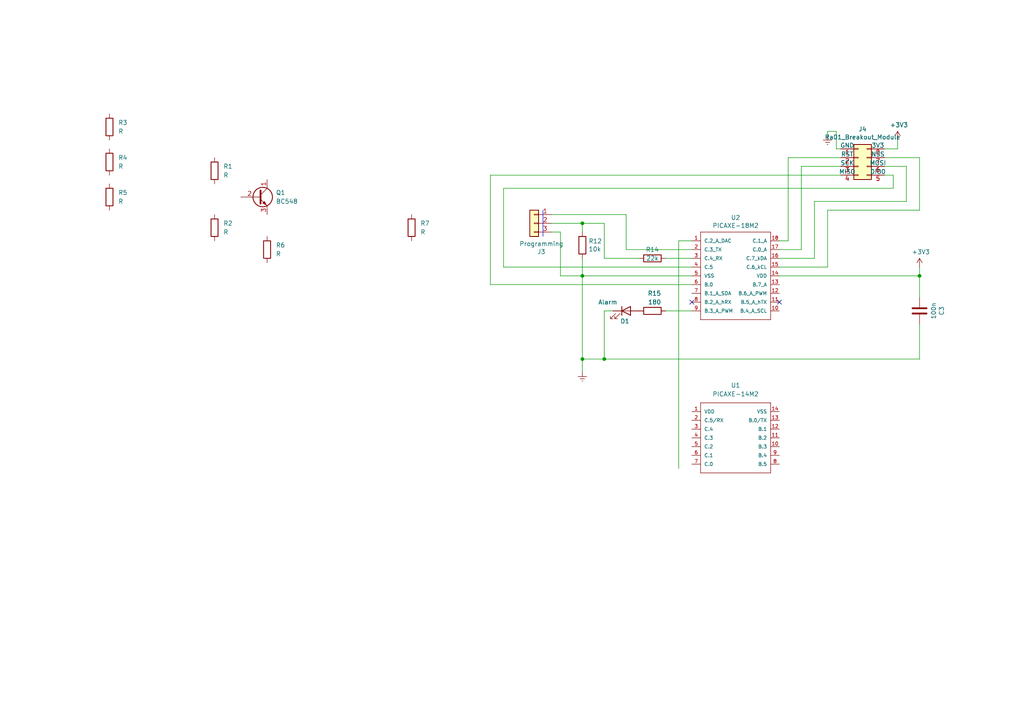
<source format=kicad_sch>
(kicad_sch (version 20231120) (generator "eeschema") (generator_version "8.0")
  (paper "A4")
  (lib_symbols
    (symbol "Connector_Generic:Conn_01x03" (pin_names (offset 1.016) hide)
      (property "Reference" "J" (at 0 5.08 0))
      (property "Value" "Conn_01x03" (at 0 -5.08 0))
      (symbol "Conn_01x03_1_1"
        (rectangle (start -1.27 -2.413) (end 0 -2.667) (stroke (width 0.1524)))
        (rectangle (start -1.27 0.127) (end 0 -0.127) (stroke (width 0.1524)))
        (rectangle (start -1.27 2.667) (end 0 2.413) (stroke (width 0.1524)))
        (rectangle (start -1.27 3.81) (end 1.27 -3.81) (stroke (width 0.254)) (fill (type background)))
        (pin passive line (at -5.08 2.54 0) (length 3.81) (name "Pin_1") (number "1"))
        (pin passive line (at -5.08 0 0) (length 3.81) (name "Pin_2") (number "2"))
        (pin passive line (at -5.08 -2.54 0) (length 3.81) (name "Pin_3") (number "3"))
      )
    )
    (symbol "Device:C" (pin_numbers hide) (pin_names (offset 0.254))
      (property "Reference" "C" (at 0.635 2.54 0))
      (property "Value" "C" (at 0.635 -2.54 0))
      (symbol "C_0_1"
        (polyline (pts (xy -2.032 -0.762) (xy 2.032 -0.762)) (stroke (width 0.508)))
        (polyline (pts (xy -2.032 0.762) (xy 2.032 0.762)) (stroke (width 0.508)))
      )
      (symbol "C_1_1"
        (pin passive line (at 0 3.81 270) (length 2.794) (name "~") (number "1"))
        (pin passive line (at 0 -3.81 90) (length 2.794) (name "~") (number "2"))
      )
    )
    (symbol "Device:LED" (pin_numbers hide) (pin_names (offset 1.016) hide)
      (property "Reference" "D" (at 0 2.54 0))
      (property "Value" "LED" (at 0 -2.54 0))
      (symbol "LED_0_1"
        (polyline (pts (xy -1.27 -1.27) (xy -1.27 1.27)) (stroke (width 0.254)))
        (polyline (pts (xy -1.27 0) (xy 1.27 0)))
        (polyline (pts (xy 1.27 -1.27) (xy 1.27 1.27) (xy -1.27 0) (xy 1.27 -1.27)) (stroke (width 0.254)))
        (polyline (pts (xy -3.048 -0.762) (xy -4.572 -2.286) (xy -3.81 -2.286) (xy -4.572 -2.286) (xy -4.572 -1.524)))
        (polyline (pts (xy -1.778 -0.762) (xy -3.302 -2.286) (xy -2.54 -2.286) (xy -3.302 -2.286) (xy -3.302 -1.524)))
      )
      (symbol "LED_1_1"
        (pin passive line (at -3.81 0 0) (length 2.54) (name "K") (number "1"))
        (pin passive line (at 3.81 0 180) (length 2.54) (name "A") (number "2"))
      )
    )
    (symbol "Device:R" (pin_numbers hide) (pin_names (offset 0))
      (property "Reference" "R" (at 2.032 0 90))
      (property "Value" "R" (at 0 0 90))
      (symbol "R_0_1"
        (rectangle (start -1.016 -2.54) (end 1.016 2.54) (stroke (width 0.254)))
      )
      (symbol "R_1_1"
        (pin passive line (at 0 3.81 270) (length 1.27) (name "~") (number "1"))
        (pin passive line (at 0 -3.81 90) (length 1.27) (name "~") (number "2"))
      )
    )
    (symbol "PumpMonitor-rescue:PICAXE-18M2-Picaxe" (pin_names (offset 1.016))
      (property "Reference" "??" (at 0 17.78 0))
      (property "Value" "PICAXE-18M2-Picaxe" (at 0 15.24 0))
      (symbol "PICAXE-18M2-Picaxe_1_0"
        (polyline (pts (xy -10.16 -12.7) (xy 10.16 -12.7)))
        (polyline (pts (xy -10.16 12.7) (xy -10.16 -12.7)))
        (polyline (pts (xy 10.16 -12.7) (xy 10.16 12.7)))
        (polyline (pts (xy 10.16 12.7) (xy -10.16 12.7)))
      )
      (symbol "PICAXE-18M2-Picaxe_1_1"
        (pin bidirectional line (at -12.7 10.16 0) (length 2.54) (name "C.2_A_DAC") (number "1"))
        (pin bidirectional line (at 12.7 -10.16 180) (length 2.54) (name "B.4_A_SCL") (number "10"))
        (pin bidirectional line (at 12.7 -7.62 180) (length 2.54) (name "B.5_A_hTX") (number "11"))
        (pin bidirectional line (at 12.7 -5.08 180) (length 2.54) (name "B.6_A_PWM") (number "12"))
        (pin bidirectional line (at 12.7 -2.54 180) (length 2.54) (name "B.7_A") (number "13"))
        (pin power_in line (at 12.7 0 180) (length 2.54) (name "VDD") (number "14"))
        (pin bidirectional line (at 12.7 2.54 180) (length 2.54) (name "C.6_kCL") (number "15"))
        (pin input line (at 12.7 5.08 180) (length 2.54) (name "C.7_kDA") (number "16"))
        (pin bidirectional line (at 12.7 7.62 180) (length 2.54) (name "C.0_A") (number "17"))
        (pin bidirectional line (at 12.7 10.16 180) (length 2.54) (name "C.1_A") (number "18"))
        (pin output line (at -12.7 7.62 0) (length 2.54) (name "C.3_TX") (number "2"))
        (pin input line (at -12.7 5.08 0) (length 2.54) (name "C.4_RX") (number "3"))
        (pin input line (at -12.7 2.54 0) (length 2.54) (name "C.5") (number "4"))
        (pin power_in line (at -12.7 0 0) (length 2.54) (name "VSS") (number "5"))
        (pin bidirectional line (at -12.7 -2.54 0) (length 2.54) (name "B.0") (number "6"))
        (pin bidirectional line (at -12.7 -5.08 0) (length 2.54) (name "B.1_A_SDA") (number "7"))
        (pin bidirectional line (at -12.7 -7.62 0) (length 2.54) (name "B.2_A_hRX") (number "8"))
        (pin bidirectional line (at -12.7 -10.16 0) (length 2.54) (name "B.3_A_PWM") (number "9"))
      )
    )
    (symbol "PumpMonitor-rescue:Ra01_Breakout_Module-Ra01_Breakout_Module" (pin_names (offset 0))
      (property "Reference" "U" (at 1.27 5.08 0))
      (property "Value" "Ra01_Breakout_Module-Ra01_Breakout_Module" (at 1.27 -7.62 0))
      (symbol "Ra01_Breakout_Module-Ra01_Breakout_Module_1_1"
        (rectangle (start -1.27 -4.953) (end 0 -5.207) (stroke (width 0.1524)))
        (rectangle (start -1.27 -2.413) (end 0 -2.667) (stroke (width 0.1524)))
        (rectangle (start -1.27 0.127) (end 0 -0.127) (stroke (width 0.1524)))
        (rectangle (start -1.27 2.667) (end 0 2.413) (stroke (width 0.1524)))
        (rectangle (start -1.27 3.81) (end 3.81 -6.35) (stroke (width 0.254)) (fill (type background)))
        (rectangle (start 3.81 -4.953) (end 2.54 -5.207) (stroke (width 0.1524)))
        (rectangle (start 3.81 -2.413) (end 2.54 -2.667) (stroke (width 0.1524)))
        (rectangle (start 3.81 0.127) (end 2.54 -0.127) (stroke (width 0.1524)))
        (rectangle (start 3.81 2.667) (end 2.54 2.413) (stroke (width 0.1524)))
        (pin power_in line (at -5.08 2.54 0) (length 3.81) (name "GND") (number "1"))
        (pin input line (at -5.08 0 0) (length 3.81) (name "RST") (number "2"))
        (pin input line (at -5.08 -2.54 0) (length 3.81) (name "SCK") (number "3"))
        (pin output line (at -5.08 -5.08 0) (length 3.81) (name "MISO") (number "4"))
        (pin bidirectional line (at 7.62 -5.08 180) (length 3.81) (name "DIO0") (number "5"))
        (pin input line (at 7.62 -2.54 180) (length 3.81) (name "MOSI") (number "6"))
        (pin input line (at 7.62 0 180) (length 3.81) (name "NSS") (number "7"))
        (pin power_in line (at 7.62 2.54 180) (length 3.81) (name "3V3") (number "8"))
      )
    )
    (symbol "Transistor_BJT:BC548" (pin_names (offset 0) hide)
      (property "Reference" "Q" (at 5.08 1.905 0))
      (property "Value" "BC548" (at 5.08 0 0))
      (symbol "BC548_0_1"
        (polyline (pts (xy 0 0) (xy 0.635 0)))
        (polyline (pts (xy 0.635 0.635) (xy 2.54 2.54)))
        (polyline (pts (xy 0.635 -0.635) (xy 2.54 -2.54) (xy 2.54 -2.54)))
        (polyline (pts (xy 0.635 1.905) (xy 0.635 -1.905) (xy 0.635 -1.905)) (stroke (width 0.508)))
        (polyline (pts (xy 1.27 -1.778) (xy 1.778 -1.27) (xy 2.286 -2.286) (xy 1.27 -1.778) (xy 1.27 -1.778)) (fill (type outline)))
        (circle (center 1.27 0) (radius 2.8194) (stroke (width 0.254)))
      )
      (symbol "BC548_1_1"
        (pin passive line (at 2.54 5.08 270) (length 2.54) (name "C") (number "1"))
        (pin input line (at -5.08 0 0) (length 5.08) (name "B") (number "2"))
        (pin passive line (at 2.54 -5.08 90) (length 2.54) (name "E") (number "3"))
      )
    )
    (symbol "picaxe-3:PICAXE-14M2" (pin_names (offset 1.016))
      (property "Reference" "U" (at 0 13.97 0))
      (property "Value" "PICAXE-14M2" (at -0.508 11.684 0))
      (symbol "PICAXE-14M2_1_0"
        (polyline (pts (xy -10.16 -10.16) (xy 10.16 -10.16)))
        (polyline (pts (xy -10.16 10.16) (xy -10.16 -10.16)))
        (polyline (pts (xy 10.16 -10.16) (xy 10.16 10.16)))
        (polyline (pts (xy 10.16 10.16) (xy -10.16 10.16)))
      )
      (symbol "PICAXE-14M2_1_1"
        (pin power_in line (at -12.7 7.62 0) (length 2.54) (name "VDD") (number "1"))
        (pin bidirectional line (at 12.7 -2.54 180) (length 2.54) (name "B.3") (number "10"))
        (pin bidirectional line (at 12.7 0 180) (length 2.54) (name "B.2") (number "11"))
        (pin bidirectional line (at 12.7 2.54 180) (length 2.54) (name "B.1") (number "12"))
        (pin output line (at 12.7 5.08 180) (length 2.54) (name "B.0/TX") (number "13"))
        (pin power_in line (at 12.7 7.62 180) (length 2.54) (name "VSS") (number "14"))
        (pin input line (at -12.7 5.08 0) (length 2.54) (name "C.5/RX") (number "2"))
        (pin bidirectional line (at -12.7 2.54 0) (length 2.54) (name "C.4") (number "3"))
        (pin input line (at -12.7 0 0) (length 2.54) (name "C.3") (number "4"))
        (pin bidirectional line (at -12.7 -2.54 0) (length 2.54) (name "C.2") (number "5"))
        (pin bidirectional line (at -12.7 -5.08 0) (length 2.54) (name "C.1") (number "6"))
        (pin bidirectional line (at -12.7 -7.62 0) (length 2.54) (name "C.0") (number "7"))
        (pin bidirectional line (at 12.7 -7.62 180) (length 2.54) (name "B.5") (number "8"))
        (pin bidirectional line (at 12.7 -5.08 180) (length 2.54) (name "B.4") (number "9"))
      )
    )
    (symbol "power:+3.3V" (power) (pin_names (offset 0))
      (property "Value" "+3.3V" (at 0 3.556 0))
      (symbol "+3.3V_0_1"
        (polyline (pts (xy -0.762 1.27) (xy 0 2.54)))
        (polyline (pts (xy 0 0) (xy 0 2.54)))
        (polyline (pts (xy 0 2.54) (xy 0.762 1.27)))
      )
      (symbol "+3.3V_1_1"
        (pin power_in line (at 0 0 90) (length 0) hide (name "+3V3") (number "1"))
      )
    )
    (symbol "power:Earth" (power) (pin_names (offset 0))
      (symbol "Earth_0_1"
        (polyline (pts (xy -0.635 -1.905) (xy 0.635 -1.905)))
        (polyline (pts (xy -0.127 -2.54) (xy 0.127 -2.54)))
        (polyline (pts (xy 0 -1.27) (xy 0 0)))
        (polyline (pts (xy 1.27 -1.27) (xy -1.27 -1.27)))
      )
      (symbol "Earth_1_1"
        (pin power_in line (at 0 0 270) (length 0) hide (name "Earth") (number "1"))
      )
    )
  )
  (junction (at 266.7 80.01))
  (junction (at 168.91 104.14))
  (junction (at 168.91 64.77))
  (junction (at 175.26 104.14))
  (junction (at 168.91 80.01))
  (no_connect (at 226.06 87.63))
  (no_connect (at 200.66 87.63))
  (wire (pts (xy 240.03 38.1) (xy 240.03 39.37)))
  (wire (pts (xy 146.05 77.47) (xy 146.05 54.61)))
  (wire (pts (xy 168.91 104.14) (xy 175.26 104.14)))
  (wire (pts (xy 168.91 80.01) (xy 200.66 80.01)))
  (wire (pts (xy 181.61 62.23) (xy 181.61 72.39)))
  (wire (pts (xy 256.54 48.26) (xy 262.89 48.26)))
  (wire (pts (xy 243.84 48.26) (xy 232.41 48.26)))
  (wire (pts (xy 256.54 45.72) (xy 266.7 45.72)))
  (wire (pts (xy 142.24 82.55) (xy 200.66 82.55)))
  (wire (pts (xy 142.24 50.8) (xy 243.84 50.8)))
  (wire (pts (xy 168.91 67.31) (xy 168.91 64.77)))
  (wire (pts (xy 266.7 80.01) (xy 266.7 77.47)))
  (wire (pts (xy 160.02 64.77) (xy 168.91 64.77)))
  (wire (pts (xy 266.7 60.96) (xy 240.03 60.96)))
  (wire (pts (xy 259.08 54.61) (xy 146.05 54.61)))
  (wire (pts (xy 240.03 60.96) (xy 240.03 77.47)))
  (wire (pts (xy 177.8 90.17) (xy 175.26 90.17)))
  (wire (pts (xy 236.22 74.93) (xy 226.06 74.93)))
  (wire (pts (xy 200.66 77.47) (xy 146.05 77.47)))
  (wire (pts (xy 175.26 90.17) (xy 175.26 104.14)))
  (polyline (pts (xy 157.48 60.96) (xy 157.48 68.58)))
  (wire (pts (xy 162.56 80.01) (xy 168.91 80.01)))
  (wire (pts (xy 243.84 43.18) (xy 242.57 43.18)))
  (wire (pts (xy 260.35 43.18) (xy 256.54 43.18)))
  (wire (pts (xy 160.02 67.31) (xy 162.56 67.31)))
  (wire (pts (xy 181.61 72.39) (xy 200.66 72.39)))
  (wire (pts (xy 175.26 104.14) (xy 266.7 104.14)))
  (wire (pts (xy 232.41 72.39) (xy 226.06 72.39)))
  (wire (pts (xy 185.42 74.93) (xy 175.26 74.93)))
  (wire (pts (xy 168.91 80.01) (xy 168.91 104.14)))
  (wire (pts (xy 228.6 45.72) (xy 228.6 69.85)))
  (wire (pts (xy 242.57 38.1) (xy 240.03 38.1)))
  (wire (pts (xy 262.89 58.42) (xy 236.22 58.42)))
  (wire (pts (xy 236.22 58.42) (xy 236.22 74.93)))
  (wire (pts (xy 240.03 77.47) (xy 226.06 77.47)))
  (wire (pts (xy 266.7 86.36) (xy 266.7 80.01)))
  (wire (pts (xy 160.02 62.23) (xy 181.61 62.23)))
  (wire (pts (xy 200.66 74.93) (xy 193.04 74.93)))
  (wire (pts (xy 196.85 69.85) (xy 196.85 135.89)))
  (wire (pts (xy 262.89 48.26) (xy 262.89 58.42)))
  (wire (pts (xy 168.91 64.77) (xy 175.26 64.77)))
  (wire (pts (xy 266.7 45.72) (xy 266.7 60.96)))
  (wire (pts (xy 256.54 50.8) (xy 259.08 50.8)))
  (wire (pts (xy 232.41 48.26) (xy 232.41 72.39)))
  (wire (pts (xy 175.26 64.77) (xy 175.26 74.93)))
  (wire (pts (xy 168.91 74.93) (xy 168.91 80.01)))
  (wire (pts (xy 243.84 45.72) (xy 228.6 45.72)))
  (wire (pts (xy 168.91 104.14) (xy 168.91 107.95)))
  (wire (pts (xy 200.66 90.17) (xy 193.04 90.17)))
  (wire (pts (xy 196.85 69.85) (xy 200.66 69.85)))
  (wire (pts (xy 260.35 40.64) (xy 260.35 43.18)))
  (wire (pts (xy 162.56 67.31) (xy 162.56 80.01)))
  (wire (pts (xy 226.06 80.01) (xy 266.7 80.01)))
  (wire (pts (xy 142.24 50.8) (xy 142.24 82.55)))
  (wire (pts (xy 228.6 69.85) (xy 226.06 69.85)))
  (wire (pts (xy 242.57 43.18) (xy 242.57 38.1)))
  (wire (pts (xy 266.7 93.98) (xy 266.7 104.14)))
  (wire (pts (xy 259.08 50.8) (xy 259.08 54.61)))
  (symbol (lib_id "Device:R") (at 31.75 46.99 0) (unit 1)
    (property "Reference" "R4" (at 34.29 45.7199 0) (effects (justify left)))
    (property "Value" "R" (at 34.29 48.2599 0) (effects (justify left)))
    (property "Description" "Resistor" (effects (hide yes)))
  )
  (symbol (lib_id "PumpMonitor-rescue:PICAXE-18M2-Picaxe") (at 213.36 80.01 0) (unit 1)
    (property "Reference" "U2" (at 213.36 63.119 0))
    (property "Value" "PICAXE-18M2" (at 213.36 65.4304 0))
    (property "Footprint" "Package_DIP:DIP-18_W7.62mm_Socket" (effects (hide yes)))
  )
  (symbol (lib_id "Device:R") (at 62.23 66.04 0) (unit 1)
    (property "Reference" "R2" (at 64.77 64.7699 0) (effects (justify left)))
    (property "Value" "R" (at 64.77 67.3099 0) (effects (justify left)))
    (property "Description" "Resistor" (effects (hide yes)))
  )
  (symbol (lib_id "power:+3.3V") (at 260.35 40.64 0) (unit 1)
    (property "Reference" "#PWR09" (effects (hide yes)))
    (property "Value" "+3V3" (at 260.731 36.2458 0))
  )
  (symbol (lib_id "Device:LED") (at 181.61 90.17 0) (unit 1)
    (property "Reference" "D1" (at 182.6006 93.1672 0) (effects (justify right)))
    (property "Value" "Alarm" (at 179.07 87.63 0) (effects (justify right)))
    (property "Footprint" "LED_THT:LED_D5.0mm_Clear" (effects (hide yes)))
  )
  (symbol (lib_id "Device:R") (at 77.47 72.39 0) (unit 1)
    (property "Reference" "R6" (at 80.01 71.1199 0) (effects (justify left)))
    (property "Value" "R" (at 80.01 73.6599 0) (effects (justify left)))
    (property "Description" "Resistor" (effects (hide yes)))
  )
  (symbol (lib_id "Transistor_BJT:BC548") (at 74.93 57.15 0) (unit 1)
    (property "Reference" "Q1" (at 80.01 55.8799 0) (effects (justify left)))
    (property "Value" "BC548" (at 80.01 58.4199 0) (effects (justify left)))
    (property "Footprint" "Package_TO_SOT_THT:TO-92_Inline" (effects (hide yes)))
    (property "Datasheet" "https://www.onsemi.com/pub/Collateral/BC550-D.pdf" (effects (hide yes)))
    (property "Description" "0.1A Ic, 30V Vce, Small Signal NPN Transistor, TO-92" (effects (hide yes)))
  )
  (symbol (lib_id "power:+3.3V") (at 266.7 77.47 0) (unit 1)
    (property "Reference" "#PWR010" (effects (hide yes)))
    (property "Value" "+3V3" (at 267.081 73.0758 0))
  )
  (symbol (lib_id "Device:R") (at 62.23 49.53 0) (unit 1)
    (property "Reference" "R1" (at 64.77 48.2599 0) (effects (justify left)))
    (property "Value" "R" (at 64.77 50.7999 0) (effects (justify left)))
    (property "Description" "Resistor" (effects (hide yes)))
  )
  (symbol (lib_id "power:Earth") (at 168.91 107.95 0) (unit 1)
    (property "Reference" "#PWR07" (effects (hide yes)))
    (property "Value" "Earth" (effects (hide yes)))
  )
  (symbol (lib_id "Device:R") (at 189.23 74.93 270) (unit 1)
    (property "Reference" "R14" (at 189.23 72.39 90))
    (property "Value" "22k" (at 189.23 74.93 90))
    (property "Footprint" "Resistor_THT:R_Axial_DIN0207_L6.3mm_D2.5mm_P10.16mm_Horizontal" (effects (hide yes)))
  )
  (symbol (lib_id "Device:R") (at 189.23 90.17 270) (unit 1)
    (property "Reference" "R15" (at 191.77 85.09 90) (effects (justify right)))
    (property "Value" "180" (at 191.77 87.63 90) (effects (justify right)))
    (property "Footprint" "Resistor_THT:R_Axial_DIN0207_L6.3mm_D2.5mm_P10.16mm_Horizontal" (effects (hide yes)))
  )
  (symbol (lib_id "Device:C") (at 266.7 90.17 180) (unit 1)
    (property "Reference" "C3" (at 273.1008 90.17 90))
    (property "Value" "100n" (at 270.7894 90.17 90))
    (property "Footprint" "Capacitor_THT:C_Disc_D5.0mm_W2.5mm_P2.50mm" (effects (hide yes)))
  )
  (symbol (lib_id "power:Earth") (at 240.03 39.37 0) (unit 1)
    (property "Reference" "#PWR08" (effects (hide yes)))
    (property "Value" "Earth" (effects (hide yes)))
  )
  (symbol (lib_id "Device:R") (at 31.75 36.83 0) (unit 1)
    (property "Reference" "R3" (at 34.29 35.5599 0) (effects (justify left)))
    (property "Value" "R" (at 34.29 38.0999 0) (effects (justify left)))
    (property "Description" "Resistor" (effects (hide yes)))
  )
  (symbol (lib_id "Device:R") (at 168.91 71.12 0) (unit 1)
    (property "Reference" "R12" (at 170.688 69.9516 0) (effects (justify left)))
    (property "Value" "10k" (at 170.688 72.263 0) (effects (justify left)))
    (property "Footprint" "Resistor_THT:R_Axial_DIN0207_L6.3mm_D2.5mm_P10.16mm_Horizontal" (effects (hide yes)))
  )
  (symbol (lib_id "PumpMonitor-rescue:Ra01_Breakout_Module-Ra01_Breakout_Module") (at 248.92 45.72 0) (unit 1)
    (property "Reference" "J4" (at 250.19 37.465 0))
    (property "Value" "Ra01_Breakout_Module" (at 250.19 39.7764 0))
    (property "Footprint" "Package_DIP:DIP-8_W7.62mm_Socket" (effects (hide yes)))
  )
  (symbol (lib_id "Connector_Generic:Conn_01x03") (at 154.94 64.77 0) (mirror y) (unit 1)
    (property "Reference" "J3" (at 157.0228 73.025 0))
    (property "Value" "Programming" (at 157.0228 70.7136 0))
    (property "Footprint" "Connector_Molex:Molex_KK-254_AE-6410-03A_1x03_P2.54mm_Vertical" (effects (hide yes)))
  )
  (symbol (lib_id "picaxe-3:PICAXE-14M2") (at 213.36 127 0) (unit 1)
    (property "Reference" "U1" (at 213.36 111.76 0))
    (property "Value" "PICAXE-14M2" (at 213.36 114.3 0))
  )
  (symbol (lib_id "Device:R") (at 31.75 57.15 0) (unit 1)
    (property "Reference" "R5" (at 34.29 55.8799 0) (effects (justify left)))
    (property "Value" "R" (at 34.29 58.4199 0) (effects (justify left)))
    (property "Description" "Resistor" (effects (hide yes)))
  )
  (symbol (lib_id "Device:R") (at 119.38 66.04 0) (unit 1)
    (property "Reference" "R7" (at 121.92 64.7699 0) (effects (justify left)))
    (property "Value" "R" (at 121.92 67.3099 0) (effects (justify left)))
    (property "Description" "Resistor" (effects (hide yes)))
  )
)
</source>
